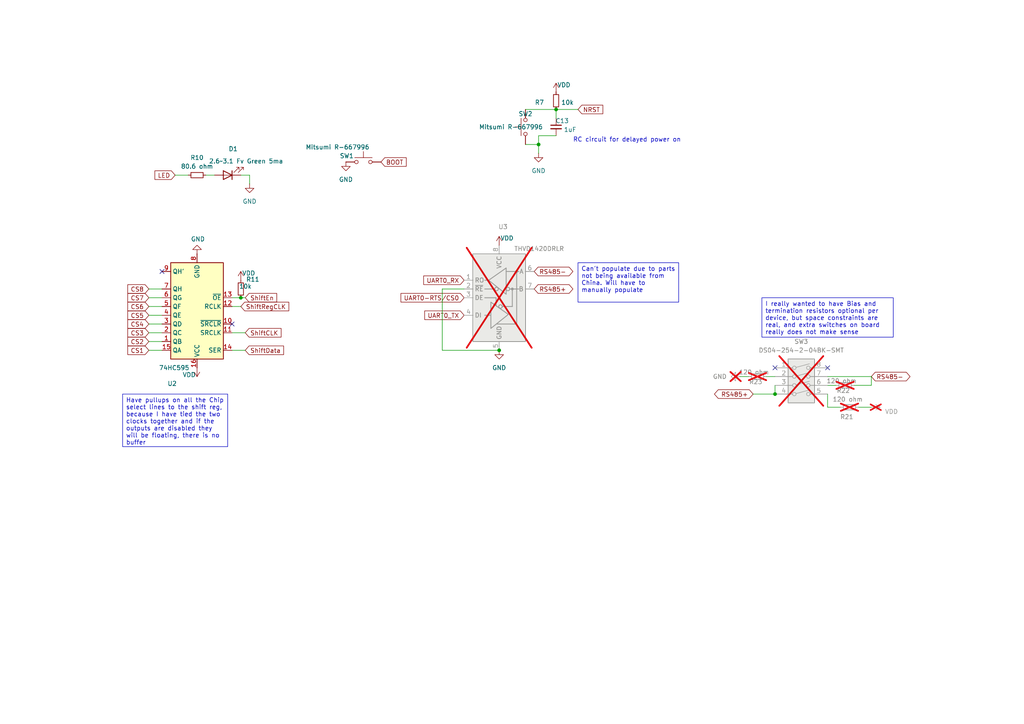
<source format=kicad_sch>
(kicad_sch (version 20231120) (generator "eeschema") (generator_version "8.0")
  (paper "A4")
  (title_block (title "CACKLE -  Hub/Periphery") (date "2024-10-08") (rev "V1") (comment 1 "Licensed under CERN-OHL-S v2") (comment 2 "Author: Asher Edwards"))
  (lib_symbols
    (symbol "74xx:74HC595"
      (property "Reference" "U2" (at 5.842 19.812 0))
      (property "Value" "74HC595" (at 2.1941 15.24 0))
      (symbol "74HC595_1_0"
        (pin tri_state line (at 10.16 7.62 180) (length 2.54) (name "QB") (number "1"))
        (pin input line (at -10.16 2.54 0) (length 2.54) (name "~{SRCLR}") (number "10"))
        (pin input line (at -10.16 5.08 0) (length 2.54) (name "SRCLK") (number "11"))
        (pin input line (at -10.16 -2.54 0) (length 2.54) (name "RCLK") (number "12"))
        (pin input line (at -10.16 -5.08 0) (length 2.54) (name "~{OE}") (number "13"))
        (pin input line (at -10.16 10.16 0) (length 2.54) (name "SER") (number "14"))
        (pin tri_state line (at 10.16 10.16 180) (length 2.54) (name "QA") (number "15"))
        (pin power_in line (at 0 15.24 270) (length 2.54) (name "VCC") (number "16"))
        (pin power_in line (at 0 -17.78 90) (length 2.54) hide (name "GND") (number "17"))
        (pin tri_state line (at 10.16 5.08 180) (length 2.54) (name "QC") (number "2"))
        (pin tri_state line (at 10.16 2.54 180) (length 2.54) (name "QD") (number "3"))
        (pin tri_state line (at 10.16 0 180) (length 2.54) (name "QE") (number "4"))
        (pin tri_state line (at 10.16 -2.54 180) (length 2.54) (name "QF") (number "5"))
        (pin tri_state line (at 10.16 -5.08 180) (length 2.54) (name "QG") (number "6"))
        (pin tri_state line (at 10.16 -7.62 180) (length 2.54) (name "QH") (number "7"))
        (pin power_in line (at 0 -17.78 90) (length 2.54) (name "GND") (number "8"))
        (pin output line (at 10.16 -12.7 180) (length 2.54) (name "QH'") (number "9"))
      )
      (symbol "74HC595_1_1"
        (rectangle (start -7.62 12.7) (end 7.62 -15.24) (stroke (width 0.254)) (fill (type background)))
      )
    )
    (symbol "Device:C_Small" (pin_numbers hide) (pin_names (offset 0.254) hide)
      (property "Reference" "C" (at 0.254 1.778 0))
      (property "Value" "C_Small" (at 0.254 -2.032 0))
      (symbol "C_Small_0_1"
        (polyline (pts (xy -1.524 -0.508) (xy 1.524 -0.508)) (stroke (width 0.3302)))
        (polyline (pts (xy -1.524 0.508) (xy 1.524 0.508)) (stroke (width 0.3048)))
      )
      (symbol "C_Small_1_1"
        (pin passive line (at 0 2.54 270) (length 2.032) (name "~") (number "1"))
        (pin passive line (at 0 -2.54 90) (length 2.032) (name "~") (number "2"))
      )
    )
    (symbol "Device:LED" (pin_numbers hide) (pin_names (offset 1.016) hide)
      (property "Reference" "D" (at 0 2.54 0))
      (property "Value" "LED" (at 0 -2.54 0))
      (symbol "LED_0_1"
        (polyline (pts (xy -1.27 -1.27) (xy -1.27 1.27)) (stroke (width 0.254)))
        (polyline (pts (xy -1.27 0) (xy 1.27 0)))
        (polyline (pts (xy 1.27 -1.27) (xy 1.27 1.27) (xy -1.27 0) (xy 1.27 -1.27)) (stroke (width 0.254)))
        (polyline (pts (xy -3.048 -0.762) (xy -4.572 -2.286) (xy -3.81 -2.286) (xy -4.572 -2.286) (xy -4.572 -1.524)))
        (polyline (pts (xy -1.778 -0.762) (xy -3.302 -2.286) (xy -2.54 -2.286) (xy -3.302 -2.286) (xy -3.302 -1.524)))
      )
      (symbol "LED_1_1"
        (pin passive line (at -3.81 0 0) (length 2.54) (name "K") (number "1"))
        (pin passive line (at 3.81 0 180) (length 2.54) (name "A") (number "2"))
      )
    )
    (symbol "Device:R_Small" (pin_numbers hide) (pin_names (offset 0.254) hide)
      (property "Reference" "R" (at 0.762 0.508 0))
      (property "Value" "R_Small" (at 0.762 -1.016 0))
      (symbol "R_Small_0_1"
        (rectangle (start -0.762 1.778) (end 0.762 -1.778) (stroke (width 0.2032)))
      )
      (symbol "R_Small_1_1"
        (pin passive line (at 0 2.54 270) (length 0.762) (name "~") (number "1"))
        (pin passive line (at 0 -2.54 90) (length 0.762) (name "~") (number "2"))
      )
    )
    (symbol "Interface_UART:THVD1420D"
      (property "Reference" "U" (at -6.096 11.43 0))
      (property "Value" "THVD1420D" (at 0.762 11.43 0))
      (symbol "THVD1420D_0_1"
        (rectangle (start -7.62 12.7) (end 7.62 -12.7) (stroke (width 0.254)) (fill (type background)))
        (polyline (pts (xy -4.191 2.54) (xy -1.27 2.54)) (stroke (width 0.254)))
        (polyline (pts (xy -2.54 -5.08) (xy -4.191 -5.08)) (stroke (width 0.254)))
        (polyline (pts (xy -0.635 -7.62) (xy 5.08 -7.62)) (stroke (width 0.254)))
        (polyline (pts (xy 0.889 -2.54) (xy 3.81 -2.54)) (stroke (width 0.254)))
        (polyline (pts (xy 2.032 7.62) (xy 5.715 7.62)) (stroke (width 0.254)))
        (polyline (pts (xy 3.048 2.54) (xy 5.715 2.54)) (stroke (width 0.254)))
        (polyline (pts (xy 3.81 -2.54) (xy 3.81 2.54)) (stroke (width 0.254)))
        (polyline (pts (xy 5.08 -7.62) (xy 5.08 7.62)) (stroke (width 0.254)))
        (polyline (pts (xy -4.191 0) (xy -0.889 0) (xy -0.889 -2.286)) (stroke (width 0.254)))
        (polyline (pts (xy -3.175 5.08) (xy -4.191 5.08) (xy -4.064 5.08)) (stroke (width 0.254)))
        (polyline (pts (xy -2.413 -5.08) (xy -2.413 -1.27) (xy 2.667 -4.826) (xy -2.413 -8.89) (xy -2.413 -5.08)) (stroke (width 0.254)))
        (circle (center 0.381 -2.54) (radius 0.508) (stroke (width 0.254)))
        (circle (center 3.81 2.54) (radius 0.2794) (stroke (width 0.254)) (fill (type outline)))
      )
      (symbol "THVD1420D_1_1"
        (circle (center -0.762 2.54) (radius 0.508) (stroke (width 0.254)))
        (polyline (pts (xy 2.032 4.826) (xy 2.032 8.636) (xy -3.048 5.08) (xy 2.032 1.016) (xy 2.032 4.826)) (stroke (width 0.254)))
        (circle (center 2.54 2.54) (radius 0.508) (stroke (width 0.254)))
        (circle (center 5.08 7.62) (radius 0.2794) (stroke (width 0.254)) (fill (type outline)))
        (pin output line (at -10.16 5.08 0) (length 2.54) (name "RO") (number "1"))
        (pin input line (at -10.16 2.54 0) (length 2.54) (name "~{RE}") (number "2"))
        (pin input line (at -10.16 0 0) (length 2.54) (name "DE") (number "3"))
        (pin input line (at -10.16 -5.08 0) (length 2.54) (name "DI") (number "4"))
        (pin power_in line (at 0 -15.24 90) (length 2.54) (name "GND") (number "5"))
        (pin bidirectional line (at 10.16 7.62 180) (length 2.54) (name "A") (number "6"))
        (pin bidirectional line (at 10.16 2.54 180) (length 2.54) (name "B") (number "7"))
        (pin power_in line (at 0 15.24 270) (length 2.54) (name "VCC") (number "8"))
      )
    )
    (symbol "Switch:SW_DIP_x04" (pin_names (offset 0) hide)
      (property "Reference" "SW" (at 0 8.89 0))
      (property "Value" "SW_DIP_x04" (at 0 -6.35 0))
      (symbol "SW_DIP_x04_0_0"
        (circle (center -2.032 -2.54) (radius 0.508))
        (circle (center -2.032 0) (radius 0.508))
        (circle (center -2.032 2.54) (radius 0.508))
        (circle (center -2.032 5.08) (radius 0.508))
        (polyline (pts (xy -1.524 -2.3876) (xy 2.3622 -1.3462)))
        (polyline (pts (xy -1.524 0.127) (xy 2.3622 1.1684)))
        (polyline (pts (xy -1.524 2.667) (xy 2.3622 3.7084)))
        (polyline (pts (xy -1.524 5.207) (xy 2.3622 6.2484)))
        (circle (center 2.032 -2.54) (radius 0.508))
        (circle (center 2.032 0) (radius 0.508))
        (circle (center 2.032 2.54) (radius 0.508))
        (circle (center 2.032 5.08) (radius 0.508))
      )
      (symbol "SW_DIP_x04_0_1"
        (rectangle (start -3.81 7.62) (end 3.81 -5.08) (stroke (width 0.254)) (fill (type background)))
      )
      (symbol "SW_DIP_x04_1_1"
        (pin passive line (at -7.62 5.08 0) (length 5.08) (name "~") (number "1"))
        (pin passive line (at -7.62 2.54 0) (length 5.08) (name "~") (number "2"))
        (pin passive line (at -7.62 0 0) (length 5.08) (name "~") (number "3"))
        (pin passive line (at -7.62 -2.54 0) (length 5.08) (name "~") (number "4"))
        (pin passive line (at 7.62 -2.54 180) (length 5.08) (name "~") (number "5"))
        (pin passive line (at 7.62 0 180) (length 5.08) (name "~") (number "6"))
        (pin passive line (at 7.62 2.54 180) (length 5.08) (name "~") (number "7"))
        (pin passive line (at 7.62 5.08 180) (length 5.08) (name "~") (number "8"))
      )
    )
    (symbol "Switch:SW_Push" (pin_numbers hide) (pin_names (offset 1.016) hide)
      (property "Reference" "SW" (at 1.27 2.54 0))
      (property "Value" "SW_Push" (at 0 -1.524 0))
      (symbol "SW_Push_0_1"
        (circle (center -2.032 0) (radius 0.508))
        (polyline (pts (xy 0 1.27) (xy 0 3.048)))
        (polyline (pts (xy 2.54 1.27) (xy -2.54 1.27)))
        (circle (center 2.032 0) (radius 0.508))
        (pin passive line (at -5.08 0 0) (length 2.54) (name "1") (number "1"))
        (pin passive line (at 5.08 0 180) (length 2.54) (name "2") (number "2"))
      )
    )
    (symbol "power:GND" (power) (pin_numbers hide) (pin_names (offset 0) hide)
      (property "Value" "GND" (at 0 -3.81 0))
      (symbol "GND_0_1"
        (polyline (pts (xy 0 0) (xy 0 -1.27) (xy 1.27 -1.27) (xy 0 -2.54) (xy -1.27 -1.27) (xy 0 -1.27)))
      )
      (symbol "GND_1_1"
        (pin power_in line (at 0 0 270) (length 0) (name "~") (number "1"))
      )
    )
    (symbol "power:VDD" (power) (pin_numbers hide) (pin_names (offset 0) hide)
      (property "Value" "VDD" (at 0 3.556 0))
      (symbol "VDD_0_1"
        (polyline (pts (xy -0.762 1.27) (xy 0 2.54)))
        (polyline (pts (xy 0 0) (xy 0 2.54)))
        (polyline (pts (xy 0 2.54) (xy 0.762 1.27)))
      )
      (symbol "VDD_1_1"
        (pin power_in line (at 0 0 90) (length 0) (name "~") (number "1"))
      )
    )
  )
  (junction (at 144.78 101.6))
  (junction (at 156.21 41.91))
  (junction (at 161.29 31.75))
  (junction (at 224.79 114.3))
  (junction (at 69.85 86.36))
  (no_connect (at 67.31 93.98))
  (no_connect (at 224.79 106.68))
  (no_connect (at 240.03 106.68))
  (no_connect (at 46.99 78.74))
  (wire (pts (xy 43.18 93.98) (xy 46.99 93.98)))
  (wire (pts (xy 252.73 109.22) (xy 252.73 111.76)))
  (wire (pts (xy 67.31 88.9) (xy 69.85 88.9)))
  (wire (pts (xy 224.79 111.76) (xy 224.79 114.3)))
  (wire (pts (xy 214.63 109.22) (xy 217.17 109.22)))
  (wire (pts (xy 222.25 109.22) (xy 224.79 109.22)))
  (wire (pts (xy 71.12 101.6) (xy 67.31 101.6)))
  (wire (pts (xy 152.4 31.75) (xy 161.29 31.75)))
  (wire (pts (xy 43.18 96.52) (xy 46.99 96.52)))
  (wire (pts (xy 240.03 118.11) (xy 240.03 114.3)))
  (wire (pts (xy 248.92 118.11) (xy 252.73 118.11)))
  (wire (pts (xy 128.27 101.6) (xy 144.78 101.6)))
  (wire (pts (xy 134.62 83.82) (xy 128.27 83.82)))
  (wire (pts (xy 67.31 86.36) (xy 69.85 86.36)))
  (wire (pts (xy 156.21 39.37) (xy 156.21 41.91)))
  (wire (pts (xy 218.44 114.3) (xy 224.79 114.3)))
  (wire (pts (xy 161.29 31.75) (xy 161.29 34.29)))
  (wire (pts (xy 43.18 101.6) (xy 46.99 101.6)))
  (wire (pts (xy 252.73 111.76) (xy 247.65 111.76)))
  (wire (pts (xy 67.31 96.52) (xy 71.12 96.52)))
  (wire (pts (xy 43.18 88.9) (xy 46.99 88.9)))
  (wire (pts (xy 72.39 50.8) (xy 72.39 53.34)))
  (wire (pts (xy 69.85 86.36) (xy 71.12 86.36)))
  (wire (pts (xy 128.27 83.82) (xy 128.27 101.6)))
  (wire (pts (xy 240.03 111.76) (xy 242.57 111.76)))
  (wire (pts (xy 243.84 118.11) (xy 240.03 118.11)))
  (wire (pts (xy 152.4 41.91) (xy 156.21 41.91)))
  (wire (pts (xy 50.8 50.8) (xy 54.61 50.8)))
  (wire (pts (xy 43.18 86.36) (xy 46.99 86.36)))
  (wire (pts (xy 43.18 83.82) (xy 46.99 83.82)))
  (wire (pts (xy 43.18 91.44) (xy 46.99 91.44)))
  (wire (pts (xy 252.73 109.22) (xy 240.03 109.22)))
  (wire (pts (xy 43.18 99.06) (xy 46.99 99.06)))
  (wire (pts (xy 59.69 50.8) (xy 62.23 50.8)))
  (wire (pts (xy 69.85 50.8) (xy 72.39 50.8)))
  (wire (pts (xy 161.29 39.37) (xy 156.21 39.37)))
  (wire (pts (xy 161.29 31.75) (xy 167.64 31.75)))
  (wire (pts (xy 156.21 41.91) (xy 156.21 44.45)))
  (text_box "Can't populate due to parts not being available from China. Will have to manually populate" (at 167.64 76.2 0) (size 29.21 11.43) (effects (font (size 1.27 1.27)) (justify left top)))
  (text_box "Have pullups on all the Chip select lines to the shift reg, because I have tied the two clocks together and if the outputs are disabled they will be floating, there is no buffer" (at 35.56 114.3 0) (size 30.48 15.24) (effects (font (size 1.27 1.27)) (justify left top)))
  (text_box "I really wanted to have Bias and termination resistors optional per device, but space constraints are real, and extra switches on board really does not make sense" (at 220.98 86.36 0) (size 38.1 11.43) (effects (font (size 1.27 1.27)) (justify left top)))
  (text "RC circuit for delayed power on" (at 181.864 40.64 0) (effects (font (size 1.27 1.27))))
  (global_label "ShiftEn" (shape input) (at 71.12 86.36 0) (property "Intersheetrefs" "${INTERSHEET_REFS}" (effects (hide yes))))
  (global_label "CS4" (shape input) (at 43.18 93.98 180) (property "Intersheetrefs" "${INTERSHEET_REFS}" (effects (hide yes))))
  (global_label "LED" (shape input) (at 50.8 50.8 180) (property "Intersheetrefs" "${INTERSHEET_REFS}" (effects (hide yes))))
  (global_label "BOOT" (shape input) (at 110.49 46.99 0) (property "Intersheetrefs" "${INTERSHEET_REFS}" (effects (hide yes))))
  (global_label "RS485+" (shape bidirectional) (at 218.44 114.3 180) (property "Intersheetrefs" "${INTERSHEET_REFS}" (effects (hide yes))))
  (global_label "ShiftCLK" (shape input) (at 71.12 96.52 0) (property "Intersheetrefs" "${INTERSHEET_REFS}" (effects (hide yes))))
  (global_label "RS485+" (shape bidirectional) (at 154.94 83.82 0) (property "Intersheetrefs" "${INTERSHEET_REFS}" (effects (hide yes))))
  (global_label "NRST" (shape input) (at 167.64 31.75 0) (property "Intersheetrefs" "${INTERSHEET_REFS}" (effects (hide yes))))
  (global_label "CS3" (shape input) (at 43.18 96.52 180) (property "Intersheetrefs" "${INTERSHEET_REFS}" (effects (hide yes))))
  (global_label "ShiftData" (shape input) (at 71.12 101.6 0) (property "Intersheetrefs" "${INTERSHEET_REFS}" (effects (hide yes))))
  (global_label "UART0-RTS{slash}CS0" (shape input) (at 134.62 86.36 180) (property "Intersheetrefs" "${INTERSHEET_REFS}" (effects (hide yes))))
  (global_label "CS1" (shape input) (at 43.18 101.6 180) (property "Intersheetrefs" "${INTERSHEET_REFS}" (effects (hide yes))))
  (global_label "CS7" (shape input) (at 43.18 86.36 180) (property "Intersheetrefs" "${INTERSHEET_REFS}" (effects (hide yes))))
  (global_label "RS485-" (shape bidirectional) (at 154.94 78.74 0) (property "Intersheetrefs" "${INTERSHEET_REFS}" (effects (hide yes))))
  (global_label "RS485-" (shape bidirectional) (at 252.73 109.22 0) (property "Intersheetrefs" "${INTERSHEET_REFS}" (effects (hide yes))))
  (global_label "CS8" (shape input) (at 43.18 83.82 180) (property "Intersheetrefs" "${INTERSHEET_REFS}" (effects (hide yes))))
  (global_label "UART0_RX" (shape input) (at 134.62 81.28 180) (property "Intersheetrefs" "${INTERSHEET_REFS}" (effects (hide yes))))
  (global_label "CS6" (shape input) (at 43.18 88.9 180) (property "Intersheetrefs" "${INTERSHEET_REFS}" (effects (hide yes))))
  (global_label "UART0_TX" (shape input) (at 134.62 91.44 180) (property "Intersheetrefs" "${INTERSHEET_REFS}" (effects (hide yes))))
  (global_label "CS2" (shape input) (at 43.18 99.06 180) (property "Intersheetrefs" "${INTERSHEET_REFS}" (effects (hide yes))))
  (global_label "ShiftRegCLK" (shape input) (at 69.85 88.9 0) (property "Intersheetrefs" "${INTERSHEET_REFS}" (effects (hide yes))))
  (global_label "CS5" (shape input) (at 43.18 91.44 180) (property "Intersheetrefs" "${INTERSHEET_REFS}" (effects (hide yes))))
  (symbol (lib_id "74xx:74HC595") (at 57.15 91.44 180) (unit 1)
    (property "Reference" "U2" (at 51.308 111.252 0) (effects (justify left)))
    (property "Value" "74HC595" (at 54.9559 106.68 0) (effects (justify left)))
    (property "Footprint" "Package_DFN_QFN:DHVQFN-16-1EP_2.5x3.5mm_P0.5mm_EP1x2mm" (effects (hide yes)))
    (property "Datasheet" "http://www.ti.com/lit/ds/symlink/sn74hc595.pdf" (effects (hide yes)))
    (property "Description" "8-bit serial in/out Shift Register 3-State Outputs" (effects (hide yes)))
    (property "LCSC" "C730243" (effects (hide yes)))
  )
  (symbol (lib_id "Device:R_Small") (at 219.71 109.22 270) (unit 1) (exclude_from_sim yes) (in_bom no) (on_board no) (dnp yes)
    (property "Reference" "R23" (at 219.202 110.744 90))
    (property "Value" "120 ohm" (at 218.694 107.95 90))
    (property "Footprint" "Resistor_SMD:R_0402_1005Metric" (effects (hide yes)))
    (property "Description" "Resistor, small symbol" (effects (hide yes)))
  )
  (symbol (lib_id "Switch:SW_Push") (at 152.4 36.83 90) (unit 1)
    (property "Reference" "SW2" (at 150.368 33.02 90) (effects (justify right)))
    (property "Value" "Mitsumi R-667996" (at 138.938 36.83 90) (effects (justify right)))
    (property "Footprint" "Misumi switches:R-667995_MIT" (effects (hide yes)))
    (property "Description" "Push button switch, generic, two pins" (effects (hide yes)))
    (property "LCSC" "C4365007" (effects (hide yes)))
  )
  (symbol (lib_id "Interface_UART:THVD1420D") (at 144.78 86.36 0) (unit 1) (dnp yes)
    (property "Reference" "U3" (at 144.526 65.786 0) (effects (justify left)))
    (property "Value" "THVD1420DRLR" (at 149.098 72.136 0) (effects (justify left)))
    (property "Footprint" "Package_TO_SOT_SMD:SOT-583-8" (effects (hide yes)))
    (property "Datasheet" "https://www.ti.com/lit/ds/symlink/thvd1420.pdf" (effects (hide yes)))
    (property "Description" "Half duplex RS-485/RS-422, 12 Mbps, 3V - 5.5V supply, ±12kV electro-static discharge (ESD) protection, with receiver/driver enable, 32 receiver drive capacity, SOIC-8" (effects (hide yes)))
  )
  (symbol (lib_id "power:GND") (at 57.15 73.66 180) (unit 1)
    (property "Reference" "#PWR014" (effects (hide yes)))
    (property "Value" "GND" (at 57.404 69.342 0))
    (property "Description" "Power symbol creates a global label with name \"GND\" , ground" (effects (hide yes)))
  )
  (symbol (lib_id "Switch:SW_Push") (at 105.41 46.99 0) (unit 1)
    (property "Reference" "SW1" (at 102.616 45.212 0) (effects (justify right)))
    (property "Value" "Mitsumi R-667996" (at 107.188 42.672 0) (effects (justify right)))
    (property "Footprint" "Misumi switches:R-667995_MIT" (effects (hide yes)))
    (property "Description" "Push button switch, generic, two pins" (effects (hide yes)))
    (property "LCSC" "C4365007" (effects (hide yes)))
  )
  (symbol (lib_id "power:VDD") (at 144.78 71.12 0) (unit 1)
    (property "Reference" "#PWR035" (effects (hide yes)))
    (property "Value" "VDD" (at 147.066 69.088 0))
    (property "Description" "Power symbol creates a global label with name \"VDD\"" (effects (hide yes)))
  )
  (symbol (lib_id "power:GND") (at 144.78 101.6 0) (unit 1)
    (property "Reference" "#PWR034" (effects (hide yes)))
    (property "Value" "GND" (at 144.78 106.68 0))
    (property "Description" "Power symbol creates a global label with name \"GND\" , ground" (effects (hide yes)))
  )
  (symbol (lib_id "power:VDD") (at 69.85 81.28 0) (unit 1)
    (property "Reference" "#PWR079" (effects (hide yes)))
    (property "Value" "VDD" (at 72.136 79.248 0))
    (property "Description" "Power symbol creates a global label with name \"VDD\"" (effects (hide yes)))
  )
  (symbol (lib_id "power:VDD") (at 161.29 26.67 0) (unit 1)
    (property "Reference" "#PWR020" (effects (hide yes)))
    (property "Value" "VDD" (at 163.576 24.638 0))
    (property "Description" "Power symbol creates a global label with name \"VDD\"" (effects (hide yes)))
  )
  (symbol (lib_id "Device:R_Small") (at 161.29 29.21 180) (unit 1)
    (property "Reference" "R7" (at 156.464 29.718 0))
    (property "Value" "10k" (at 164.592 29.718 0))
    (property "Footprint" "Resistor_SMD:R_0402_1005Metric" (effects (hide yes)))
    (property "Description" "Resistor, small symbol" (effects (hide yes)))
    (property "LCSC" "C25744" (effects (hide yes)))
  )
  (symbol (lib_id "Device:R_Small") (at 69.85 83.82 180) (unit 1)
    (property "Reference" "R11" (at 71.374 81.026 0) (effects (justify right)))
    (property "Value" "10k" (at 69.342 83.058 0) (effects (justify right)))
    (property "Footprint" "Resistor_SMD:R_0402_1005Metric" (effects (hide yes)))
    (property "Description" "Resistor, small symbol" (effects (hide yes)))
    (property "LCSC" "C25744" (effects (hide yes)))
  )
  (symbol (lib_id "power:GND") (at 156.21 44.45 0) (unit 1)
    (property "Reference" "#PWR024" (effects (hide yes)))
    (property "Value" "GND" (at 156.21 49.53 0))
    (property "Description" "Power symbol creates a global label with name \"GND\" , ground" (effects (hide yes)))
  )
  (symbol (lib_id "Device:R_Small") (at 57.15 50.8 90) (unit 1)
    (property "Reference" "R10" (at 57.15 45.72 90))
    (property "Value" "80.6 ohm" (at 57.15 48.26 90))
    (property "Footprint" "Resistor_SMD:R_0402_1005Metric" (effects (hide yes)))
    (property "Description" "Resistor, small symbol" (effects (hide yes)))
    (property "LCSC" "C185392" (effects (hide yes)))
  )
  (symbol (lib_id "power:GND") (at 214.63 109.22 270) (unit 1) (exclude_from_sim yes) (in_bom no) (on_board no) (dnp yes)
    (property "Reference" "#PWR038" (effects (hide yes)))
    (property "Value" "GND" (at 210.82 109.2199 90) (effects (justify right)))
    (property "Description" "Power symbol creates a global label with name \"GND\" , ground" (effects (hide yes)))
  )
  (symbol (lib_id "power:GND") (at 100.33 46.99 0) (unit 1)
    (property "Reference" "#PWR036" (effects (hide yes)))
    (property "Value" "GND" (at 100.33 52.07 0))
    (property "Description" "Power symbol creates a global label with name \"GND\" , ground" (effects (hide yes)))
  )
  (symbol (lib_id "Device:C_Small") (at 161.29 36.83 0) (unit 1)
    (property "Reference" "C13" (at 163.068 35.052 0))
    (property "Value" "1uF" (at 165.354 37.592 0))
    (property "Footprint" "Capacitor_SMD:C_0402_1005Metric" (effects (hide yes)))
    (property "Description" "Unpolarized capacitor, small symbol" (effects (hide yes)))
    (property "LCSC" "C52923" (effects (hide yes)))
  )
  (symbol (lib_id "power:VDD") (at 252.73 118.11 270) (unit 1) (exclude_from_sim yes) (in_bom no) (on_board no) (dnp yes)
    (property "Reference" "#PWR037" (effects (hide yes)))
    (property "Value" "VDD" (at 258.572 119.38 90))
    (property "Description" "Power symbol creates a global label with name \"VDD\"" (effects (hide yes)))
  )
  (symbol (lib_id "Switch:SW_DIP_x04") (at 232.41 111.76 0) (unit 1) (exclude_from_sim yes) (in_bom no) (on_board no) (dnp yes)
    (property "Reference" "SW3" (at 232.41 99.06 0))
    (property "Value" "DS04-254-2-04BK-SMT" (at 232.41 101.6 0))
    (property "Footprint" "Button_Switch_SMD:SW_DIP_SPSTx04_Slide_Omron_A6S-410x_W8.9mm_P2.54mm" (effects (hide yes)))
    (property "Description" "4x DIP Switch, Single Pole Single Throw (SPST) switch, small symbol" (effects (hide yes)))
  )
  (symbol (lib_id "power:GND") (at 72.39 53.34 0) (unit 1)
    (property "Reference" "#PWR025" (effects (hide yes)))
    (property "Value" "GND" (at 72.39 58.42 0))
    (property "Description" "Power symbol creates a global label with name \"GND\" , ground" (effects (hide yes)))
  )
  (symbol (lib_id "Device:R_Small") (at 246.38 118.11 270) (unit 1) (exclude_from_sim yes) (in_bom no) (on_board no) (dnp yes)
    (property "Reference" "R21" (at 245.618 120.904 90))
    (property "Value" "120 ohm" (at 245.872 115.824 90))
    (property "Footprint" "Resistor_SMD:R_0402_1005Metric" (effects (hide yes)))
    (property "Description" "Resistor, small symbol" (effects (hide yes)))
  )
  (symbol (lib_id "power:VDD") (at 57.15 106.68 180) (unit 1)
    (property "Reference" "#PWR017" (effects (hide yes)))
    (property "Value" "VDD" (at 54.864 108.712 0))
    (property "Description" "Power symbol creates a global label with name \"VDD\"" (effects (hide yes)))
  )
  (symbol (lib_id "Device:R_Small") (at 245.11 111.76 270) (unit 1) (exclude_from_sim yes) (in_bom no) (on_board no) (dnp yes)
    (property "Reference" "R22" (at 244.602 113.284 90))
    (property "Value" "120 ohm" (at 244.094 110.49 90))
    (property "Footprint" "Resistor_SMD:R_0402_1005Metric" (effects (hide yes)))
    (property "Description" "Resistor, small symbol" (effects (hide yes)))
  )
  (symbol (lib_id "Device:LED") (at 66.04 50.8 180) (unit 1)
    (property "Reference" "D1" (at 67.6275 43.18 0))
    (property "Value" "2.6~3.1 Fv Green 5ma" (at 71.374 46.736 0))
    (property "Footprint" "LED_SMD:LED_0603_1608Metric_Pad1.05x0.95mm_HandSolder" (effects (hide yes)))
    (property "Description" "Light emitting diode" (effects (hide yes)))
    (property "LCSC" "C3028858" (effects (hide yes)))
  )
)
</source>
